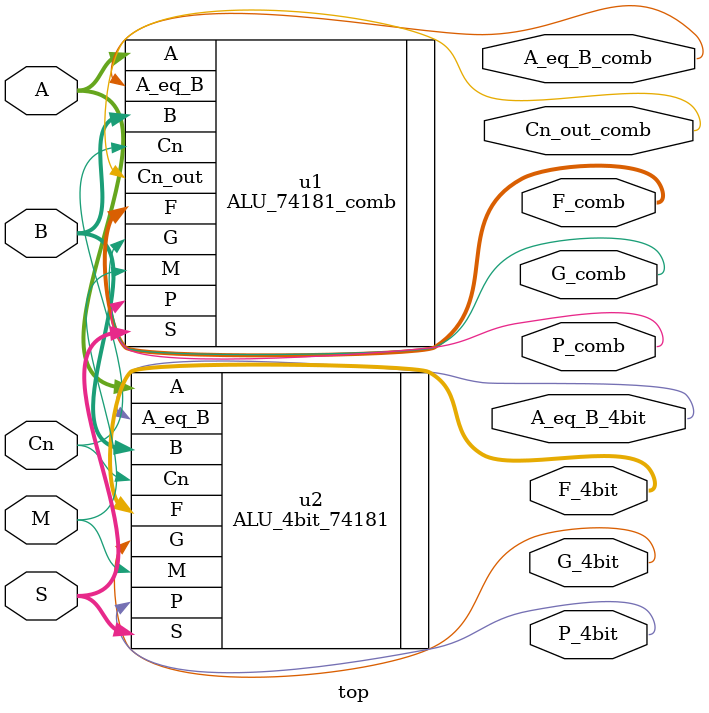
<source format=v>
module top (
    input wire [3:0] A, 
    input wire [3:0] B,
    input wire [3:0] S,        // Select lines
    input wire M,              // ¸ðµå ¼±ÅÃ (0: »ê¼ú, 1: ³í¸®)
    input wire Cn,             // Ä³¸® ÀÔ·Â

    output wire [3:0] F_comb,  // 4ºñÆ® Ãâ·Â F (ALU_74181_comb)
    output wire P_comb,        // Ä³¸® ÀüÆÄ (ALU_74181_comb)
    output wire G_comb,        // Ä³¸® »ý¼º (ALU_74181_comb)
    output wire Cn_out_comb,   // Cn + 4 (ALU_74181_comb)
    output wire A_eq_B_comb,   // A¿Í B°¡ °°ÀºÁö ¿©ºÎ (ALU_74181_comb)

    output wire [3:0] F_4bit,  // 4ºñÆ® Ãâ·Â F (ALU_4bit_74181)
    output wire P_4bit,        // Ä³¸® ÀüÆÄ (ALU_4bit_74181)
    output wire G_4bit,        // Ä³¸® »ý¼º (ALU_4bit_74181)
    output wire A_eq_B_4bit    // A¿Í B°¡ °°ÀºÁö ¿©ºÎ (ALU_4bit_74181)
);

    // ALU_74181_comb ÀÎ½ºÅÏ½º
    ALU_74181_comb u1 (
        .A(A), 
        .B(B), 
        .S(S), 
        .M(M), 
        .Cn(Cn), 
        .F(F_comb), 
        .P(P_comb), 
        .G(G_comb), 
        .Cn_out(Cn_out_comb), 
        .A_eq_B(A_eq_B_comb)
    );

    // ALU_4bit_74181 ÀÎ½ºÅÏ½º
    ALU_4bit_74181 u2 (
        .A(A), 
        .B(B), 
        .S(S), 
        .M(M), 
        .Cn(Cn), 
        .F(F_4bit), 
        .P(P_4bit), 
        .G(G_4bit), 
        .A_eq_B(A_eq_B_4bit)
    );

endmodule

</source>
